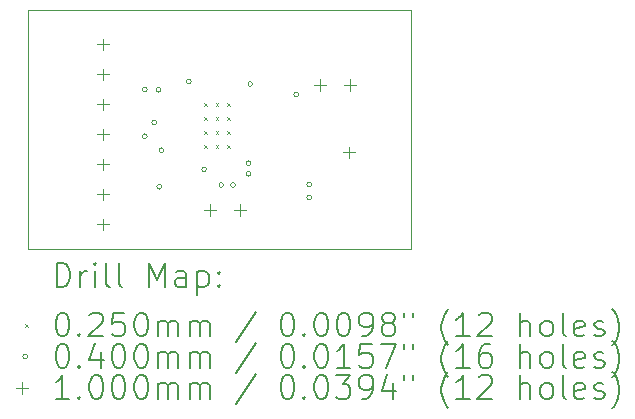
<source format=gbr>
%TF.GenerationSoftware,KiCad,Pcbnew,7.0.1*%
%TF.CreationDate,2023-05-06T21:58:45-07:00*%
%TF.ProjectId,MAGNETORQUERS,4d41474e-4554-44f5-9251-554552532e6b,rev?*%
%TF.SameCoordinates,Original*%
%TF.FileFunction,Drillmap*%
%TF.FilePolarity,Positive*%
%FSLAX45Y45*%
G04 Gerber Fmt 4.5, Leading zero omitted, Abs format (unit mm)*
G04 Created by KiCad (PCBNEW 7.0.1) date 2023-05-06 21:58:45*
%MOMM*%
%LPD*%
G01*
G04 APERTURE LIST*
%ADD10C,0.100000*%
%ADD11C,0.200000*%
%ADD12C,0.025000*%
%ADD13C,0.040000*%
G04 APERTURE END LIST*
D10*
X12420000Y-7635000D02*
X15660000Y-7635000D01*
X15660000Y-9660000D01*
X12420000Y-9660000D01*
X12420000Y-7635000D01*
D11*
D12*
X13906700Y-8420300D02*
X13931700Y-8445300D01*
X13931700Y-8420300D02*
X13906700Y-8445300D01*
X13906700Y-8540300D02*
X13931700Y-8565300D01*
X13931700Y-8540300D02*
X13906700Y-8565300D01*
X13906700Y-8660300D02*
X13931700Y-8685300D01*
X13931700Y-8660300D02*
X13906700Y-8685300D01*
X13906700Y-8780300D02*
X13931700Y-8805300D01*
X13931700Y-8780300D02*
X13906700Y-8805300D01*
X14006700Y-8420300D02*
X14031700Y-8445300D01*
X14031700Y-8420300D02*
X14006700Y-8445300D01*
X14006700Y-8540300D02*
X14031700Y-8565300D01*
X14031700Y-8540300D02*
X14006700Y-8565300D01*
X14006700Y-8660300D02*
X14031700Y-8685300D01*
X14031700Y-8660300D02*
X14006700Y-8685300D01*
X14006700Y-8780300D02*
X14031700Y-8805300D01*
X14031700Y-8780300D02*
X14006700Y-8805300D01*
X14106700Y-8420300D02*
X14131700Y-8445300D01*
X14131700Y-8420300D02*
X14106700Y-8445300D01*
X14106700Y-8540300D02*
X14131700Y-8565300D01*
X14131700Y-8540300D02*
X14106700Y-8565300D01*
X14106700Y-8660300D02*
X14131700Y-8685300D01*
X14131700Y-8660300D02*
X14106700Y-8685300D01*
X14106700Y-8780300D02*
X14131700Y-8805300D01*
X14131700Y-8780300D02*
X14106700Y-8805300D01*
D13*
X13427500Y-8307500D02*
G75*
G03*
X13427500Y-8307500I-20000J0D01*
G01*
X13427500Y-8702040D02*
G75*
G03*
X13427500Y-8702040I-20000J0D01*
G01*
X13507400Y-8587750D02*
G75*
G03*
X13507400Y-8587750I-20000J0D01*
G01*
X13542500Y-8310000D02*
G75*
G03*
X13542500Y-8310000I-20000J0D01*
G01*
X13550000Y-9130000D02*
G75*
G03*
X13550000Y-9130000I-20000J0D01*
G01*
X13567500Y-8820000D02*
G75*
G03*
X13567500Y-8820000I-20000J0D01*
G01*
X13800000Y-8240000D02*
G75*
G03*
X13800000Y-8240000I-20000J0D01*
G01*
X13930000Y-8982500D02*
G75*
G03*
X13930000Y-8982500I-20000J0D01*
G01*
X14075000Y-9115000D02*
G75*
G03*
X14075000Y-9115000I-20000J0D01*
G01*
X14175000Y-9115000D02*
G75*
G03*
X14175000Y-9115000I-20000J0D01*
G01*
X14305000Y-8930000D02*
G75*
G03*
X14305000Y-8930000I-20000J0D01*
G01*
X14305000Y-9020000D02*
G75*
G03*
X14305000Y-9020000I-20000J0D01*
G01*
X14320000Y-8260000D02*
G75*
G03*
X14320000Y-8260000I-20000J0D01*
G01*
X14710000Y-8347500D02*
G75*
G03*
X14710000Y-8347500I-20000J0D01*
G01*
X14820000Y-9110000D02*
G75*
G03*
X14820000Y-9110000I-20000J0D01*
G01*
X14820000Y-9220000D02*
G75*
G03*
X14820000Y-9220000I-20000J0D01*
G01*
D10*
X13055600Y-7874800D02*
X13055600Y-7974800D01*
X13005600Y-7924800D02*
X13105600Y-7924800D01*
X13055600Y-8128800D02*
X13055600Y-8228800D01*
X13005600Y-8178800D02*
X13105600Y-8178800D01*
X13055600Y-8382800D02*
X13055600Y-8482800D01*
X13005600Y-8432800D02*
X13105600Y-8432800D01*
X13055600Y-8636800D02*
X13055600Y-8736800D01*
X13005600Y-8686800D02*
X13105600Y-8686800D01*
X13055600Y-8890800D02*
X13055600Y-8990800D01*
X13005600Y-8940800D02*
X13105600Y-8940800D01*
X13055600Y-9144800D02*
X13055600Y-9244800D01*
X13005600Y-9194800D02*
X13105600Y-9194800D01*
X13055600Y-9398800D02*
X13055600Y-9498800D01*
X13005600Y-9448800D02*
X13105600Y-9448800D01*
X13956800Y-9276880D02*
X13956800Y-9376880D01*
X13906800Y-9326880D02*
X14006800Y-9326880D01*
X14210800Y-9276880D02*
X14210800Y-9376880D01*
X14160800Y-9326880D02*
X14260800Y-9326880D01*
X14890000Y-8217500D02*
X14890000Y-8317500D01*
X14840000Y-8267500D02*
X14940000Y-8267500D01*
X15138400Y-8789200D02*
X15138400Y-8889200D01*
X15088400Y-8839200D02*
X15188400Y-8839200D01*
X15144000Y-8217500D02*
X15144000Y-8317500D01*
X15094000Y-8267500D02*
X15194000Y-8267500D01*
D11*
X12662619Y-9977524D02*
X12662619Y-9777524D01*
X12662619Y-9777524D02*
X12710238Y-9777524D01*
X12710238Y-9777524D02*
X12738809Y-9787048D01*
X12738809Y-9787048D02*
X12757857Y-9806095D01*
X12757857Y-9806095D02*
X12767381Y-9825143D01*
X12767381Y-9825143D02*
X12776905Y-9863238D01*
X12776905Y-9863238D02*
X12776905Y-9891810D01*
X12776905Y-9891810D02*
X12767381Y-9929905D01*
X12767381Y-9929905D02*
X12757857Y-9948952D01*
X12757857Y-9948952D02*
X12738809Y-9968000D01*
X12738809Y-9968000D02*
X12710238Y-9977524D01*
X12710238Y-9977524D02*
X12662619Y-9977524D01*
X12862619Y-9977524D02*
X12862619Y-9844190D01*
X12862619Y-9882286D02*
X12872143Y-9863238D01*
X12872143Y-9863238D02*
X12881667Y-9853714D01*
X12881667Y-9853714D02*
X12900714Y-9844190D01*
X12900714Y-9844190D02*
X12919762Y-9844190D01*
X12986428Y-9977524D02*
X12986428Y-9844190D01*
X12986428Y-9777524D02*
X12976905Y-9787048D01*
X12976905Y-9787048D02*
X12986428Y-9796571D01*
X12986428Y-9796571D02*
X12995952Y-9787048D01*
X12995952Y-9787048D02*
X12986428Y-9777524D01*
X12986428Y-9777524D02*
X12986428Y-9796571D01*
X13110238Y-9977524D02*
X13091190Y-9968000D01*
X13091190Y-9968000D02*
X13081667Y-9948952D01*
X13081667Y-9948952D02*
X13081667Y-9777524D01*
X13215000Y-9977524D02*
X13195952Y-9968000D01*
X13195952Y-9968000D02*
X13186428Y-9948952D01*
X13186428Y-9948952D02*
X13186428Y-9777524D01*
X13443571Y-9977524D02*
X13443571Y-9777524D01*
X13443571Y-9777524D02*
X13510238Y-9920381D01*
X13510238Y-9920381D02*
X13576905Y-9777524D01*
X13576905Y-9777524D02*
X13576905Y-9977524D01*
X13757857Y-9977524D02*
X13757857Y-9872762D01*
X13757857Y-9872762D02*
X13748333Y-9853714D01*
X13748333Y-9853714D02*
X13729286Y-9844190D01*
X13729286Y-9844190D02*
X13691190Y-9844190D01*
X13691190Y-9844190D02*
X13672143Y-9853714D01*
X13757857Y-9968000D02*
X13738809Y-9977524D01*
X13738809Y-9977524D02*
X13691190Y-9977524D01*
X13691190Y-9977524D02*
X13672143Y-9968000D01*
X13672143Y-9968000D02*
X13662619Y-9948952D01*
X13662619Y-9948952D02*
X13662619Y-9929905D01*
X13662619Y-9929905D02*
X13672143Y-9910857D01*
X13672143Y-9910857D02*
X13691190Y-9901333D01*
X13691190Y-9901333D02*
X13738809Y-9901333D01*
X13738809Y-9901333D02*
X13757857Y-9891810D01*
X13853095Y-9844190D02*
X13853095Y-10044190D01*
X13853095Y-9853714D02*
X13872143Y-9844190D01*
X13872143Y-9844190D02*
X13910238Y-9844190D01*
X13910238Y-9844190D02*
X13929286Y-9853714D01*
X13929286Y-9853714D02*
X13938809Y-9863238D01*
X13938809Y-9863238D02*
X13948333Y-9882286D01*
X13948333Y-9882286D02*
X13948333Y-9939429D01*
X13948333Y-9939429D02*
X13938809Y-9958476D01*
X13938809Y-9958476D02*
X13929286Y-9968000D01*
X13929286Y-9968000D02*
X13910238Y-9977524D01*
X13910238Y-9977524D02*
X13872143Y-9977524D01*
X13872143Y-9977524D02*
X13853095Y-9968000D01*
X14034048Y-9958476D02*
X14043571Y-9968000D01*
X14043571Y-9968000D02*
X14034048Y-9977524D01*
X14034048Y-9977524D02*
X14024524Y-9968000D01*
X14024524Y-9968000D02*
X14034048Y-9958476D01*
X14034048Y-9958476D02*
X14034048Y-9977524D01*
X14034048Y-9853714D02*
X14043571Y-9863238D01*
X14043571Y-9863238D02*
X14034048Y-9872762D01*
X14034048Y-9872762D02*
X14024524Y-9863238D01*
X14024524Y-9863238D02*
X14034048Y-9853714D01*
X14034048Y-9853714D02*
X14034048Y-9872762D01*
D12*
X12390000Y-10292500D02*
X12415000Y-10317500D01*
X12415000Y-10292500D02*
X12390000Y-10317500D01*
D11*
X12700714Y-10197524D02*
X12719762Y-10197524D01*
X12719762Y-10197524D02*
X12738809Y-10207048D01*
X12738809Y-10207048D02*
X12748333Y-10216571D01*
X12748333Y-10216571D02*
X12757857Y-10235619D01*
X12757857Y-10235619D02*
X12767381Y-10273714D01*
X12767381Y-10273714D02*
X12767381Y-10321333D01*
X12767381Y-10321333D02*
X12757857Y-10359429D01*
X12757857Y-10359429D02*
X12748333Y-10378476D01*
X12748333Y-10378476D02*
X12738809Y-10388000D01*
X12738809Y-10388000D02*
X12719762Y-10397524D01*
X12719762Y-10397524D02*
X12700714Y-10397524D01*
X12700714Y-10397524D02*
X12681667Y-10388000D01*
X12681667Y-10388000D02*
X12672143Y-10378476D01*
X12672143Y-10378476D02*
X12662619Y-10359429D01*
X12662619Y-10359429D02*
X12653095Y-10321333D01*
X12653095Y-10321333D02*
X12653095Y-10273714D01*
X12653095Y-10273714D02*
X12662619Y-10235619D01*
X12662619Y-10235619D02*
X12672143Y-10216571D01*
X12672143Y-10216571D02*
X12681667Y-10207048D01*
X12681667Y-10207048D02*
X12700714Y-10197524D01*
X12853095Y-10378476D02*
X12862619Y-10388000D01*
X12862619Y-10388000D02*
X12853095Y-10397524D01*
X12853095Y-10397524D02*
X12843571Y-10388000D01*
X12843571Y-10388000D02*
X12853095Y-10378476D01*
X12853095Y-10378476D02*
X12853095Y-10397524D01*
X12938809Y-10216571D02*
X12948333Y-10207048D01*
X12948333Y-10207048D02*
X12967381Y-10197524D01*
X12967381Y-10197524D02*
X13015000Y-10197524D01*
X13015000Y-10197524D02*
X13034048Y-10207048D01*
X13034048Y-10207048D02*
X13043571Y-10216571D01*
X13043571Y-10216571D02*
X13053095Y-10235619D01*
X13053095Y-10235619D02*
X13053095Y-10254667D01*
X13053095Y-10254667D02*
X13043571Y-10283238D01*
X13043571Y-10283238D02*
X12929286Y-10397524D01*
X12929286Y-10397524D02*
X13053095Y-10397524D01*
X13234048Y-10197524D02*
X13138809Y-10197524D01*
X13138809Y-10197524D02*
X13129286Y-10292762D01*
X13129286Y-10292762D02*
X13138809Y-10283238D01*
X13138809Y-10283238D02*
X13157857Y-10273714D01*
X13157857Y-10273714D02*
X13205476Y-10273714D01*
X13205476Y-10273714D02*
X13224524Y-10283238D01*
X13224524Y-10283238D02*
X13234048Y-10292762D01*
X13234048Y-10292762D02*
X13243571Y-10311810D01*
X13243571Y-10311810D02*
X13243571Y-10359429D01*
X13243571Y-10359429D02*
X13234048Y-10378476D01*
X13234048Y-10378476D02*
X13224524Y-10388000D01*
X13224524Y-10388000D02*
X13205476Y-10397524D01*
X13205476Y-10397524D02*
X13157857Y-10397524D01*
X13157857Y-10397524D02*
X13138809Y-10388000D01*
X13138809Y-10388000D02*
X13129286Y-10378476D01*
X13367381Y-10197524D02*
X13386429Y-10197524D01*
X13386429Y-10197524D02*
X13405476Y-10207048D01*
X13405476Y-10207048D02*
X13415000Y-10216571D01*
X13415000Y-10216571D02*
X13424524Y-10235619D01*
X13424524Y-10235619D02*
X13434048Y-10273714D01*
X13434048Y-10273714D02*
X13434048Y-10321333D01*
X13434048Y-10321333D02*
X13424524Y-10359429D01*
X13424524Y-10359429D02*
X13415000Y-10378476D01*
X13415000Y-10378476D02*
X13405476Y-10388000D01*
X13405476Y-10388000D02*
X13386429Y-10397524D01*
X13386429Y-10397524D02*
X13367381Y-10397524D01*
X13367381Y-10397524D02*
X13348333Y-10388000D01*
X13348333Y-10388000D02*
X13338809Y-10378476D01*
X13338809Y-10378476D02*
X13329286Y-10359429D01*
X13329286Y-10359429D02*
X13319762Y-10321333D01*
X13319762Y-10321333D02*
X13319762Y-10273714D01*
X13319762Y-10273714D02*
X13329286Y-10235619D01*
X13329286Y-10235619D02*
X13338809Y-10216571D01*
X13338809Y-10216571D02*
X13348333Y-10207048D01*
X13348333Y-10207048D02*
X13367381Y-10197524D01*
X13519762Y-10397524D02*
X13519762Y-10264190D01*
X13519762Y-10283238D02*
X13529286Y-10273714D01*
X13529286Y-10273714D02*
X13548333Y-10264190D01*
X13548333Y-10264190D02*
X13576905Y-10264190D01*
X13576905Y-10264190D02*
X13595952Y-10273714D01*
X13595952Y-10273714D02*
X13605476Y-10292762D01*
X13605476Y-10292762D02*
X13605476Y-10397524D01*
X13605476Y-10292762D02*
X13615000Y-10273714D01*
X13615000Y-10273714D02*
X13634048Y-10264190D01*
X13634048Y-10264190D02*
X13662619Y-10264190D01*
X13662619Y-10264190D02*
X13681667Y-10273714D01*
X13681667Y-10273714D02*
X13691190Y-10292762D01*
X13691190Y-10292762D02*
X13691190Y-10397524D01*
X13786429Y-10397524D02*
X13786429Y-10264190D01*
X13786429Y-10283238D02*
X13795952Y-10273714D01*
X13795952Y-10273714D02*
X13815000Y-10264190D01*
X13815000Y-10264190D02*
X13843571Y-10264190D01*
X13843571Y-10264190D02*
X13862619Y-10273714D01*
X13862619Y-10273714D02*
X13872143Y-10292762D01*
X13872143Y-10292762D02*
X13872143Y-10397524D01*
X13872143Y-10292762D02*
X13881667Y-10273714D01*
X13881667Y-10273714D02*
X13900714Y-10264190D01*
X13900714Y-10264190D02*
X13929286Y-10264190D01*
X13929286Y-10264190D02*
X13948333Y-10273714D01*
X13948333Y-10273714D02*
X13957857Y-10292762D01*
X13957857Y-10292762D02*
X13957857Y-10397524D01*
X14348333Y-10188000D02*
X14176905Y-10445143D01*
X14605476Y-10197524D02*
X14624524Y-10197524D01*
X14624524Y-10197524D02*
X14643572Y-10207048D01*
X14643572Y-10207048D02*
X14653095Y-10216571D01*
X14653095Y-10216571D02*
X14662619Y-10235619D01*
X14662619Y-10235619D02*
X14672143Y-10273714D01*
X14672143Y-10273714D02*
X14672143Y-10321333D01*
X14672143Y-10321333D02*
X14662619Y-10359429D01*
X14662619Y-10359429D02*
X14653095Y-10378476D01*
X14653095Y-10378476D02*
X14643572Y-10388000D01*
X14643572Y-10388000D02*
X14624524Y-10397524D01*
X14624524Y-10397524D02*
X14605476Y-10397524D01*
X14605476Y-10397524D02*
X14586429Y-10388000D01*
X14586429Y-10388000D02*
X14576905Y-10378476D01*
X14576905Y-10378476D02*
X14567381Y-10359429D01*
X14567381Y-10359429D02*
X14557857Y-10321333D01*
X14557857Y-10321333D02*
X14557857Y-10273714D01*
X14557857Y-10273714D02*
X14567381Y-10235619D01*
X14567381Y-10235619D02*
X14576905Y-10216571D01*
X14576905Y-10216571D02*
X14586429Y-10207048D01*
X14586429Y-10207048D02*
X14605476Y-10197524D01*
X14757857Y-10378476D02*
X14767381Y-10388000D01*
X14767381Y-10388000D02*
X14757857Y-10397524D01*
X14757857Y-10397524D02*
X14748333Y-10388000D01*
X14748333Y-10388000D02*
X14757857Y-10378476D01*
X14757857Y-10378476D02*
X14757857Y-10397524D01*
X14891191Y-10197524D02*
X14910238Y-10197524D01*
X14910238Y-10197524D02*
X14929286Y-10207048D01*
X14929286Y-10207048D02*
X14938810Y-10216571D01*
X14938810Y-10216571D02*
X14948333Y-10235619D01*
X14948333Y-10235619D02*
X14957857Y-10273714D01*
X14957857Y-10273714D02*
X14957857Y-10321333D01*
X14957857Y-10321333D02*
X14948333Y-10359429D01*
X14948333Y-10359429D02*
X14938810Y-10378476D01*
X14938810Y-10378476D02*
X14929286Y-10388000D01*
X14929286Y-10388000D02*
X14910238Y-10397524D01*
X14910238Y-10397524D02*
X14891191Y-10397524D01*
X14891191Y-10397524D02*
X14872143Y-10388000D01*
X14872143Y-10388000D02*
X14862619Y-10378476D01*
X14862619Y-10378476D02*
X14853095Y-10359429D01*
X14853095Y-10359429D02*
X14843572Y-10321333D01*
X14843572Y-10321333D02*
X14843572Y-10273714D01*
X14843572Y-10273714D02*
X14853095Y-10235619D01*
X14853095Y-10235619D02*
X14862619Y-10216571D01*
X14862619Y-10216571D02*
X14872143Y-10207048D01*
X14872143Y-10207048D02*
X14891191Y-10197524D01*
X15081667Y-10197524D02*
X15100714Y-10197524D01*
X15100714Y-10197524D02*
X15119762Y-10207048D01*
X15119762Y-10207048D02*
X15129286Y-10216571D01*
X15129286Y-10216571D02*
X15138810Y-10235619D01*
X15138810Y-10235619D02*
X15148333Y-10273714D01*
X15148333Y-10273714D02*
X15148333Y-10321333D01*
X15148333Y-10321333D02*
X15138810Y-10359429D01*
X15138810Y-10359429D02*
X15129286Y-10378476D01*
X15129286Y-10378476D02*
X15119762Y-10388000D01*
X15119762Y-10388000D02*
X15100714Y-10397524D01*
X15100714Y-10397524D02*
X15081667Y-10397524D01*
X15081667Y-10397524D02*
X15062619Y-10388000D01*
X15062619Y-10388000D02*
X15053095Y-10378476D01*
X15053095Y-10378476D02*
X15043572Y-10359429D01*
X15043572Y-10359429D02*
X15034048Y-10321333D01*
X15034048Y-10321333D02*
X15034048Y-10273714D01*
X15034048Y-10273714D02*
X15043572Y-10235619D01*
X15043572Y-10235619D02*
X15053095Y-10216571D01*
X15053095Y-10216571D02*
X15062619Y-10207048D01*
X15062619Y-10207048D02*
X15081667Y-10197524D01*
X15243572Y-10397524D02*
X15281667Y-10397524D01*
X15281667Y-10397524D02*
X15300714Y-10388000D01*
X15300714Y-10388000D02*
X15310238Y-10378476D01*
X15310238Y-10378476D02*
X15329286Y-10349905D01*
X15329286Y-10349905D02*
X15338810Y-10311810D01*
X15338810Y-10311810D02*
X15338810Y-10235619D01*
X15338810Y-10235619D02*
X15329286Y-10216571D01*
X15329286Y-10216571D02*
X15319762Y-10207048D01*
X15319762Y-10207048D02*
X15300714Y-10197524D01*
X15300714Y-10197524D02*
X15262619Y-10197524D01*
X15262619Y-10197524D02*
X15243572Y-10207048D01*
X15243572Y-10207048D02*
X15234048Y-10216571D01*
X15234048Y-10216571D02*
X15224524Y-10235619D01*
X15224524Y-10235619D02*
X15224524Y-10283238D01*
X15224524Y-10283238D02*
X15234048Y-10302286D01*
X15234048Y-10302286D02*
X15243572Y-10311810D01*
X15243572Y-10311810D02*
X15262619Y-10321333D01*
X15262619Y-10321333D02*
X15300714Y-10321333D01*
X15300714Y-10321333D02*
X15319762Y-10311810D01*
X15319762Y-10311810D02*
X15329286Y-10302286D01*
X15329286Y-10302286D02*
X15338810Y-10283238D01*
X15453095Y-10283238D02*
X15434048Y-10273714D01*
X15434048Y-10273714D02*
X15424524Y-10264190D01*
X15424524Y-10264190D02*
X15415000Y-10245143D01*
X15415000Y-10245143D02*
X15415000Y-10235619D01*
X15415000Y-10235619D02*
X15424524Y-10216571D01*
X15424524Y-10216571D02*
X15434048Y-10207048D01*
X15434048Y-10207048D02*
X15453095Y-10197524D01*
X15453095Y-10197524D02*
X15491191Y-10197524D01*
X15491191Y-10197524D02*
X15510238Y-10207048D01*
X15510238Y-10207048D02*
X15519762Y-10216571D01*
X15519762Y-10216571D02*
X15529286Y-10235619D01*
X15529286Y-10235619D02*
X15529286Y-10245143D01*
X15529286Y-10245143D02*
X15519762Y-10264190D01*
X15519762Y-10264190D02*
X15510238Y-10273714D01*
X15510238Y-10273714D02*
X15491191Y-10283238D01*
X15491191Y-10283238D02*
X15453095Y-10283238D01*
X15453095Y-10283238D02*
X15434048Y-10292762D01*
X15434048Y-10292762D02*
X15424524Y-10302286D01*
X15424524Y-10302286D02*
X15415000Y-10321333D01*
X15415000Y-10321333D02*
X15415000Y-10359429D01*
X15415000Y-10359429D02*
X15424524Y-10378476D01*
X15424524Y-10378476D02*
X15434048Y-10388000D01*
X15434048Y-10388000D02*
X15453095Y-10397524D01*
X15453095Y-10397524D02*
X15491191Y-10397524D01*
X15491191Y-10397524D02*
X15510238Y-10388000D01*
X15510238Y-10388000D02*
X15519762Y-10378476D01*
X15519762Y-10378476D02*
X15529286Y-10359429D01*
X15529286Y-10359429D02*
X15529286Y-10321333D01*
X15529286Y-10321333D02*
X15519762Y-10302286D01*
X15519762Y-10302286D02*
X15510238Y-10292762D01*
X15510238Y-10292762D02*
X15491191Y-10283238D01*
X15605476Y-10197524D02*
X15605476Y-10235619D01*
X15681667Y-10197524D02*
X15681667Y-10235619D01*
X15976905Y-10473714D02*
X15967381Y-10464190D01*
X15967381Y-10464190D02*
X15948334Y-10435619D01*
X15948334Y-10435619D02*
X15938810Y-10416571D01*
X15938810Y-10416571D02*
X15929286Y-10388000D01*
X15929286Y-10388000D02*
X15919762Y-10340381D01*
X15919762Y-10340381D02*
X15919762Y-10302286D01*
X15919762Y-10302286D02*
X15929286Y-10254667D01*
X15929286Y-10254667D02*
X15938810Y-10226095D01*
X15938810Y-10226095D02*
X15948334Y-10207048D01*
X15948334Y-10207048D02*
X15967381Y-10178476D01*
X15967381Y-10178476D02*
X15976905Y-10168952D01*
X16157857Y-10397524D02*
X16043572Y-10397524D01*
X16100714Y-10397524D02*
X16100714Y-10197524D01*
X16100714Y-10197524D02*
X16081667Y-10226095D01*
X16081667Y-10226095D02*
X16062619Y-10245143D01*
X16062619Y-10245143D02*
X16043572Y-10254667D01*
X16234048Y-10216571D02*
X16243572Y-10207048D01*
X16243572Y-10207048D02*
X16262619Y-10197524D01*
X16262619Y-10197524D02*
X16310238Y-10197524D01*
X16310238Y-10197524D02*
X16329286Y-10207048D01*
X16329286Y-10207048D02*
X16338810Y-10216571D01*
X16338810Y-10216571D02*
X16348334Y-10235619D01*
X16348334Y-10235619D02*
X16348334Y-10254667D01*
X16348334Y-10254667D02*
X16338810Y-10283238D01*
X16338810Y-10283238D02*
X16224524Y-10397524D01*
X16224524Y-10397524D02*
X16348334Y-10397524D01*
X16586429Y-10397524D02*
X16586429Y-10197524D01*
X16672143Y-10397524D02*
X16672143Y-10292762D01*
X16672143Y-10292762D02*
X16662619Y-10273714D01*
X16662619Y-10273714D02*
X16643572Y-10264190D01*
X16643572Y-10264190D02*
X16615000Y-10264190D01*
X16615000Y-10264190D02*
X16595953Y-10273714D01*
X16595953Y-10273714D02*
X16586429Y-10283238D01*
X16795953Y-10397524D02*
X16776905Y-10388000D01*
X16776905Y-10388000D02*
X16767381Y-10378476D01*
X16767381Y-10378476D02*
X16757857Y-10359429D01*
X16757857Y-10359429D02*
X16757857Y-10302286D01*
X16757857Y-10302286D02*
X16767381Y-10283238D01*
X16767381Y-10283238D02*
X16776905Y-10273714D01*
X16776905Y-10273714D02*
X16795953Y-10264190D01*
X16795953Y-10264190D02*
X16824524Y-10264190D01*
X16824524Y-10264190D02*
X16843572Y-10273714D01*
X16843572Y-10273714D02*
X16853096Y-10283238D01*
X16853096Y-10283238D02*
X16862619Y-10302286D01*
X16862619Y-10302286D02*
X16862619Y-10359429D01*
X16862619Y-10359429D02*
X16853096Y-10378476D01*
X16853096Y-10378476D02*
X16843572Y-10388000D01*
X16843572Y-10388000D02*
X16824524Y-10397524D01*
X16824524Y-10397524D02*
X16795953Y-10397524D01*
X16976905Y-10397524D02*
X16957858Y-10388000D01*
X16957858Y-10388000D02*
X16948334Y-10368952D01*
X16948334Y-10368952D02*
X16948334Y-10197524D01*
X17129286Y-10388000D02*
X17110239Y-10397524D01*
X17110239Y-10397524D02*
X17072143Y-10397524D01*
X17072143Y-10397524D02*
X17053096Y-10388000D01*
X17053096Y-10388000D02*
X17043572Y-10368952D01*
X17043572Y-10368952D02*
X17043572Y-10292762D01*
X17043572Y-10292762D02*
X17053096Y-10273714D01*
X17053096Y-10273714D02*
X17072143Y-10264190D01*
X17072143Y-10264190D02*
X17110239Y-10264190D01*
X17110239Y-10264190D02*
X17129286Y-10273714D01*
X17129286Y-10273714D02*
X17138810Y-10292762D01*
X17138810Y-10292762D02*
X17138810Y-10311810D01*
X17138810Y-10311810D02*
X17043572Y-10330857D01*
X17215000Y-10388000D02*
X17234048Y-10397524D01*
X17234048Y-10397524D02*
X17272143Y-10397524D01*
X17272143Y-10397524D02*
X17291191Y-10388000D01*
X17291191Y-10388000D02*
X17300715Y-10368952D01*
X17300715Y-10368952D02*
X17300715Y-10359429D01*
X17300715Y-10359429D02*
X17291191Y-10340381D01*
X17291191Y-10340381D02*
X17272143Y-10330857D01*
X17272143Y-10330857D02*
X17243572Y-10330857D01*
X17243572Y-10330857D02*
X17224524Y-10321333D01*
X17224524Y-10321333D02*
X17215000Y-10302286D01*
X17215000Y-10302286D02*
X17215000Y-10292762D01*
X17215000Y-10292762D02*
X17224524Y-10273714D01*
X17224524Y-10273714D02*
X17243572Y-10264190D01*
X17243572Y-10264190D02*
X17272143Y-10264190D01*
X17272143Y-10264190D02*
X17291191Y-10273714D01*
X17367381Y-10473714D02*
X17376905Y-10464190D01*
X17376905Y-10464190D02*
X17395953Y-10435619D01*
X17395953Y-10435619D02*
X17405477Y-10416571D01*
X17405477Y-10416571D02*
X17415000Y-10388000D01*
X17415000Y-10388000D02*
X17424524Y-10340381D01*
X17424524Y-10340381D02*
X17424524Y-10302286D01*
X17424524Y-10302286D02*
X17415000Y-10254667D01*
X17415000Y-10254667D02*
X17405477Y-10226095D01*
X17405477Y-10226095D02*
X17395953Y-10207048D01*
X17395953Y-10207048D02*
X17376905Y-10178476D01*
X17376905Y-10178476D02*
X17367381Y-10168952D01*
D13*
X12415000Y-10569000D02*
G75*
G03*
X12415000Y-10569000I-20000J0D01*
G01*
D11*
X12700714Y-10461524D02*
X12719762Y-10461524D01*
X12719762Y-10461524D02*
X12738809Y-10471048D01*
X12738809Y-10471048D02*
X12748333Y-10480571D01*
X12748333Y-10480571D02*
X12757857Y-10499619D01*
X12757857Y-10499619D02*
X12767381Y-10537714D01*
X12767381Y-10537714D02*
X12767381Y-10585333D01*
X12767381Y-10585333D02*
X12757857Y-10623429D01*
X12757857Y-10623429D02*
X12748333Y-10642476D01*
X12748333Y-10642476D02*
X12738809Y-10652000D01*
X12738809Y-10652000D02*
X12719762Y-10661524D01*
X12719762Y-10661524D02*
X12700714Y-10661524D01*
X12700714Y-10661524D02*
X12681667Y-10652000D01*
X12681667Y-10652000D02*
X12672143Y-10642476D01*
X12672143Y-10642476D02*
X12662619Y-10623429D01*
X12662619Y-10623429D02*
X12653095Y-10585333D01*
X12653095Y-10585333D02*
X12653095Y-10537714D01*
X12653095Y-10537714D02*
X12662619Y-10499619D01*
X12662619Y-10499619D02*
X12672143Y-10480571D01*
X12672143Y-10480571D02*
X12681667Y-10471048D01*
X12681667Y-10471048D02*
X12700714Y-10461524D01*
X12853095Y-10642476D02*
X12862619Y-10652000D01*
X12862619Y-10652000D02*
X12853095Y-10661524D01*
X12853095Y-10661524D02*
X12843571Y-10652000D01*
X12843571Y-10652000D02*
X12853095Y-10642476D01*
X12853095Y-10642476D02*
X12853095Y-10661524D01*
X13034048Y-10528190D02*
X13034048Y-10661524D01*
X12986428Y-10452000D02*
X12938809Y-10594857D01*
X12938809Y-10594857D02*
X13062619Y-10594857D01*
X13176905Y-10461524D02*
X13195952Y-10461524D01*
X13195952Y-10461524D02*
X13215000Y-10471048D01*
X13215000Y-10471048D02*
X13224524Y-10480571D01*
X13224524Y-10480571D02*
X13234048Y-10499619D01*
X13234048Y-10499619D02*
X13243571Y-10537714D01*
X13243571Y-10537714D02*
X13243571Y-10585333D01*
X13243571Y-10585333D02*
X13234048Y-10623429D01*
X13234048Y-10623429D02*
X13224524Y-10642476D01*
X13224524Y-10642476D02*
X13215000Y-10652000D01*
X13215000Y-10652000D02*
X13195952Y-10661524D01*
X13195952Y-10661524D02*
X13176905Y-10661524D01*
X13176905Y-10661524D02*
X13157857Y-10652000D01*
X13157857Y-10652000D02*
X13148333Y-10642476D01*
X13148333Y-10642476D02*
X13138809Y-10623429D01*
X13138809Y-10623429D02*
X13129286Y-10585333D01*
X13129286Y-10585333D02*
X13129286Y-10537714D01*
X13129286Y-10537714D02*
X13138809Y-10499619D01*
X13138809Y-10499619D02*
X13148333Y-10480571D01*
X13148333Y-10480571D02*
X13157857Y-10471048D01*
X13157857Y-10471048D02*
X13176905Y-10461524D01*
X13367381Y-10461524D02*
X13386429Y-10461524D01*
X13386429Y-10461524D02*
X13405476Y-10471048D01*
X13405476Y-10471048D02*
X13415000Y-10480571D01*
X13415000Y-10480571D02*
X13424524Y-10499619D01*
X13424524Y-10499619D02*
X13434048Y-10537714D01*
X13434048Y-10537714D02*
X13434048Y-10585333D01*
X13434048Y-10585333D02*
X13424524Y-10623429D01*
X13424524Y-10623429D02*
X13415000Y-10642476D01*
X13415000Y-10642476D02*
X13405476Y-10652000D01*
X13405476Y-10652000D02*
X13386429Y-10661524D01*
X13386429Y-10661524D02*
X13367381Y-10661524D01*
X13367381Y-10661524D02*
X13348333Y-10652000D01*
X13348333Y-10652000D02*
X13338809Y-10642476D01*
X13338809Y-10642476D02*
X13329286Y-10623429D01*
X13329286Y-10623429D02*
X13319762Y-10585333D01*
X13319762Y-10585333D02*
X13319762Y-10537714D01*
X13319762Y-10537714D02*
X13329286Y-10499619D01*
X13329286Y-10499619D02*
X13338809Y-10480571D01*
X13338809Y-10480571D02*
X13348333Y-10471048D01*
X13348333Y-10471048D02*
X13367381Y-10461524D01*
X13519762Y-10661524D02*
X13519762Y-10528190D01*
X13519762Y-10547238D02*
X13529286Y-10537714D01*
X13529286Y-10537714D02*
X13548333Y-10528190D01*
X13548333Y-10528190D02*
X13576905Y-10528190D01*
X13576905Y-10528190D02*
X13595952Y-10537714D01*
X13595952Y-10537714D02*
X13605476Y-10556762D01*
X13605476Y-10556762D02*
X13605476Y-10661524D01*
X13605476Y-10556762D02*
X13615000Y-10537714D01*
X13615000Y-10537714D02*
X13634048Y-10528190D01*
X13634048Y-10528190D02*
X13662619Y-10528190D01*
X13662619Y-10528190D02*
X13681667Y-10537714D01*
X13681667Y-10537714D02*
X13691190Y-10556762D01*
X13691190Y-10556762D02*
X13691190Y-10661524D01*
X13786429Y-10661524D02*
X13786429Y-10528190D01*
X13786429Y-10547238D02*
X13795952Y-10537714D01*
X13795952Y-10537714D02*
X13815000Y-10528190D01*
X13815000Y-10528190D02*
X13843571Y-10528190D01*
X13843571Y-10528190D02*
X13862619Y-10537714D01*
X13862619Y-10537714D02*
X13872143Y-10556762D01*
X13872143Y-10556762D02*
X13872143Y-10661524D01*
X13872143Y-10556762D02*
X13881667Y-10537714D01*
X13881667Y-10537714D02*
X13900714Y-10528190D01*
X13900714Y-10528190D02*
X13929286Y-10528190D01*
X13929286Y-10528190D02*
X13948333Y-10537714D01*
X13948333Y-10537714D02*
X13957857Y-10556762D01*
X13957857Y-10556762D02*
X13957857Y-10661524D01*
X14348333Y-10452000D02*
X14176905Y-10709143D01*
X14605476Y-10461524D02*
X14624524Y-10461524D01*
X14624524Y-10461524D02*
X14643572Y-10471048D01*
X14643572Y-10471048D02*
X14653095Y-10480571D01*
X14653095Y-10480571D02*
X14662619Y-10499619D01*
X14662619Y-10499619D02*
X14672143Y-10537714D01*
X14672143Y-10537714D02*
X14672143Y-10585333D01*
X14672143Y-10585333D02*
X14662619Y-10623429D01*
X14662619Y-10623429D02*
X14653095Y-10642476D01*
X14653095Y-10642476D02*
X14643572Y-10652000D01*
X14643572Y-10652000D02*
X14624524Y-10661524D01*
X14624524Y-10661524D02*
X14605476Y-10661524D01*
X14605476Y-10661524D02*
X14586429Y-10652000D01*
X14586429Y-10652000D02*
X14576905Y-10642476D01*
X14576905Y-10642476D02*
X14567381Y-10623429D01*
X14567381Y-10623429D02*
X14557857Y-10585333D01*
X14557857Y-10585333D02*
X14557857Y-10537714D01*
X14557857Y-10537714D02*
X14567381Y-10499619D01*
X14567381Y-10499619D02*
X14576905Y-10480571D01*
X14576905Y-10480571D02*
X14586429Y-10471048D01*
X14586429Y-10471048D02*
X14605476Y-10461524D01*
X14757857Y-10642476D02*
X14767381Y-10652000D01*
X14767381Y-10652000D02*
X14757857Y-10661524D01*
X14757857Y-10661524D02*
X14748333Y-10652000D01*
X14748333Y-10652000D02*
X14757857Y-10642476D01*
X14757857Y-10642476D02*
X14757857Y-10661524D01*
X14891191Y-10461524D02*
X14910238Y-10461524D01*
X14910238Y-10461524D02*
X14929286Y-10471048D01*
X14929286Y-10471048D02*
X14938810Y-10480571D01*
X14938810Y-10480571D02*
X14948333Y-10499619D01*
X14948333Y-10499619D02*
X14957857Y-10537714D01*
X14957857Y-10537714D02*
X14957857Y-10585333D01*
X14957857Y-10585333D02*
X14948333Y-10623429D01*
X14948333Y-10623429D02*
X14938810Y-10642476D01*
X14938810Y-10642476D02*
X14929286Y-10652000D01*
X14929286Y-10652000D02*
X14910238Y-10661524D01*
X14910238Y-10661524D02*
X14891191Y-10661524D01*
X14891191Y-10661524D02*
X14872143Y-10652000D01*
X14872143Y-10652000D02*
X14862619Y-10642476D01*
X14862619Y-10642476D02*
X14853095Y-10623429D01*
X14853095Y-10623429D02*
X14843572Y-10585333D01*
X14843572Y-10585333D02*
X14843572Y-10537714D01*
X14843572Y-10537714D02*
X14853095Y-10499619D01*
X14853095Y-10499619D02*
X14862619Y-10480571D01*
X14862619Y-10480571D02*
X14872143Y-10471048D01*
X14872143Y-10471048D02*
X14891191Y-10461524D01*
X15148333Y-10661524D02*
X15034048Y-10661524D01*
X15091191Y-10661524D02*
X15091191Y-10461524D01*
X15091191Y-10461524D02*
X15072143Y-10490095D01*
X15072143Y-10490095D02*
X15053095Y-10509143D01*
X15053095Y-10509143D02*
X15034048Y-10518667D01*
X15329286Y-10461524D02*
X15234048Y-10461524D01*
X15234048Y-10461524D02*
X15224524Y-10556762D01*
X15224524Y-10556762D02*
X15234048Y-10547238D01*
X15234048Y-10547238D02*
X15253095Y-10537714D01*
X15253095Y-10537714D02*
X15300714Y-10537714D01*
X15300714Y-10537714D02*
X15319762Y-10547238D01*
X15319762Y-10547238D02*
X15329286Y-10556762D01*
X15329286Y-10556762D02*
X15338810Y-10575810D01*
X15338810Y-10575810D02*
X15338810Y-10623429D01*
X15338810Y-10623429D02*
X15329286Y-10642476D01*
X15329286Y-10642476D02*
X15319762Y-10652000D01*
X15319762Y-10652000D02*
X15300714Y-10661524D01*
X15300714Y-10661524D02*
X15253095Y-10661524D01*
X15253095Y-10661524D02*
X15234048Y-10652000D01*
X15234048Y-10652000D02*
X15224524Y-10642476D01*
X15405476Y-10461524D02*
X15538810Y-10461524D01*
X15538810Y-10461524D02*
X15453095Y-10661524D01*
X15605476Y-10461524D02*
X15605476Y-10499619D01*
X15681667Y-10461524D02*
X15681667Y-10499619D01*
X15976905Y-10737714D02*
X15967381Y-10728190D01*
X15967381Y-10728190D02*
X15948334Y-10699619D01*
X15948334Y-10699619D02*
X15938810Y-10680571D01*
X15938810Y-10680571D02*
X15929286Y-10652000D01*
X15929286Y-10652000D02*
X15919762Y-10604381D01*
X15919762Y-10604381D02*
X15919762Y-10566286D01*
X15919762Y-10566286D02*
X15929286Y-10518667D01*
X15929286Y-10518667D02*
X15938810Y-10490095D01*
X15938810Y-10490095D02*
X15948334Y-10471048D01*
X15948334Y-10471048D02*
X15967381Y-10442476D01*
X15967381Y-10442476D02*
X15976905Y-10432952D01*
X16157857Y-10661524D02*
X16043572Y-10661524D01*
X16100714Y-10661524D02*
X16100714Y-10461524D01*
X16100714Y-10461524D02*
X16081667Y-10490095D01*
X16081667Y-10490095D02*
X16062619Y-10509143D01*
X16062619Y-10509143D02*
X16043572Y-10518667D01*
X16329286Y-10461524D02*
X16291191Y-10461524D01*
X16291191Y-10461524D02*
X16272143Y-10471048D01*
X16272143Y-10471048D02*
X16262619Y-10480571D01*
X16262619Y-10480571D02*
X16243572Y-10509143D01*
X16243572Y-10509143D02*
X16234048Y-10547238D01*
X16234048Y-10547238D02*
X16234048Y-10623429D01*
X16234048Y-10623429D02*
X16243572Y-10642476D01*
X16243572Y-10642476D02*
X16253095Y-10652000D01*
X16253095Y-10652000D02*
X16272143Y-10661524D01*
X16272143Y-10661524D02*
X16310238Y-10661524D01*
X16310238Y-10661524D02*
X16329286Y-10652000D01*
X16329286Y-10652000D02*
X16338810Y-10642476D01*
X16338810Y-10642476D02*
X16348334Y-10623429D01*
X16348334Y-10623429D02*
X16348334Y-10575810D01*
X16348334Y-10575810D02*
X16338810Y-10556762D01*
X16338810Y-10556762D02*
X16329286Y-10547238D01*
X16329286Y-10547238D02*
X16310238Y-10537714D01*
X16310238Y-10537714D02*
X16272143Y-10537714D01*
X16272143Y-10537714D02*
X16253095Y-10547238D01*
X16253095Y-10547238D02*
X16243572Y-10556762D01*
X16243572Y-10556762D02*
X16234048Y-10575810D01*
X16586429Y-10661524D02*
X16586429Y-10461524D01*
X16672143Y-10661524D02*
X16672143Y-10556762D01*
X16672143Y-10556762D02*
X16662619Y-10537714D01*
X16662619Y-10537714D02*
X16643572Y-10528190D01*
X16643572Y-10528190D02*
X16615000Y-10528190D01*
X16615000Y-10528190D02*
X16595953Y-10537714D01*
X16595953Y-10537714D02*
X16586429Y-10547238D01*
X16795953Y-10661524D02*
X16776905Y-10652000D01*
X16776905Y-10652000D02*
X16767381Y-10642476D01*
X16767381Y-10642476D02*
X16757857Y-10623429D01*
X16757857Y-10623429D02*
X16757857Y-10566286D01*
X16757857Y-10566286D02*
X16767381Y-10547238D01*
X16767381Y-10547238D02*
X16776905Y-10537714D01*
X16776905Y-10537714D02*
X16795953Y-10528190D01*
X16795953Y-10528190D02*
X16824524Y-10528190D01*
X16824524Y-10528190D02*
X16843572Y-10537714D01*
X16843572Y-10537714D02*
X16853096Y-10547238D01*
X16853096Y-10547238D02*
X16862619Y-10566286D01*
X16862619Y-10566286D02*
X16862619Y-10623429D01*
X16862619Y-10623429D02*
X16853096Y-10642476D01*
X16853096Y-10642476D02*
X16843572Y-10652000D01*
X16843572Y-10652000D02*
X16824524Y-10661524D01*
X16824524Y-10661524D02*
X16795953Y-10661524D01*
X16976905Y-10661524D02*
X16957858Y-10652000D01*
X16957858Y-10652000D02*
X16948334Y-10632952D01*
X16948334Y-10632952D02*
X16948334Y-10461524D01*
X17129286Y-10652000D02*
X17110239Y-10661524D01*
X17110239Y-10661524D02*
X17072143Y-10661524D01*
X17072143Y-10661524D02*
X17053096Y-10652000D01*
X17053096Y-10652000D02*
X17043572Y-10632952D01*
X17043572Y-10632952D02*
X17043572Y-10556762D01*
X17043572Y-10556762D02*
X17053096Y-10537714D01*
X17053096Y-10537714D02*
X17072143Y-10528190D01*
X17072143Y-10528190D02*
X17110239Y-10528190D01*
X17110239Y-10528190D02*
X17129286Y-10537714D01*
X17129286Y-10537714D02*
X17138810Y-10556762D01*
X17138810Y-10556762D02*
X17138810Y-10575810D01*
X17138810Y-10575810D02*
X17043572Y-10594857D01*
X17215000Y-10652000D02*
X17234048Y-10661524D01*
X17234048Y-10661524D02*
X17272143Y-10661524D01*
X17272143Y-10661524D02*
X17291191Y-10652000D01*
X17291191Y-10652000D02*
X17300715Y-10632952D01*
X17300715Y-10632952D02*
X17300715Y-10623429D01*
X17300715Y-10623429D02*
X17291191Y-10604381D01*
X17291191Y-10604381D02*
X17272143Y-10594857D01*
X17272143Y-10594857D02*
X17243572Y-10594857D01*
X17243572Y-10594857D02*
X17224524Y-10585333D01*
X17224524Y-10585333D02*
X17215000Y-10566286D01*
X17215000Y-10566286D02*
X17215000Y-10556762D01*
X17215000Y-10556762D02*
X17224524Y-10537714D01*
X17224524Y-10537714D02*
X17243572Y-10528190D01*
X17243572Y-10528190D02*
X17272143Y-10528190D01*
X17272143Y-10528190D02*
X17291191Y-10537714D01*
X17367381Y-10737714D02*
X17376905Y-10728190D01*
X17376905Y-10728190D02*
X17395953Y-10699619D01*
X17395953Y-10699619D02*
X17405477Y-10680571D01*
X17405477Y-10680571D02*
X17415000Y-10652000D01*
X17415000Y-10652000D02*
X17424524Y-10604381D01*
X17424524Y-10604381D02*
X17424524Y-10566286D01*
X17424524Y-10566286D02*
X17415000Y-10518667D01*
X17415000Y-10518667D02*
X17405477Y-10490095D01*
X17405477Y-10490095D02*
X17395953Y-10471048D01*
X17395953Y-10471048D02*
X17376905Y-10442476D01*
X17376905Y-10442476D02*
X17367381Y-10432952D01*
D10*
X12365000Y-10783000D02*
X12365000Y-10883000D01*
X12315000Y-10833000D02*
X12415000Y-10833000D01*
D11*
X12767381Y-10925524D02*
X12653095Y-10925524D01*
X12710238Y-10925524D02*
X12710238Y-10725524D01*
X12710238Y-10725524D02*
X12691190Y-10754095D01*
X12691190Y-10754095D02*
X12672143Y-10773143D01*
X12672143Y-10773143D02*
X12653095Y-10782667D01*
X12853095Y-10906476D02*
X12862619Y-10916000D01*
X12862619Y-10916000D02*
X12853095Y-10925524D01*
X12853095Y-10925524D02*
X12843571Y-10916000D01*
X12843571Y-10916000D02*
X12853095Y-10906476D01*
X12853095Y-10906476D02*
X12853095Y-10925524D01*
X12986428Y-10725524D02*
X13005476Y-10725524D01*
X13005476Y-10725524D02*
X13024524Y-10735048D01*
X13024524Y-10735048D02*
X13034048Y-10744571D01*
X13034048Y-10744571D02*
X13043571Y-10763619D01*
X13043571Y-10763619D02*
X13053095Y-10801714D01*
X13053095Y-10801714D02*
X13053095Y-10849333D01*
X13053095Y-10849333D02*
X13043571Y-10887429D01*
X13043571Y-10887429D02*
X13034048Y-10906476D01*
X13034048Y-10906476D02*
X13024524Y-10916000D01*
X13024524Y-10916000D02*
X13005476Y-10925524D01*
X13005476Y-10925524D02*
X12986428Y-10925524D01*
X12986428Y-10925524D02*
X12967381Y-10916000D01*
X12967381Y-10916000D02*
X12957857Y-10906476D01*
X12957857Y-10906476D02*
X12948333Y-10887429D01*
X12948333Y-10887429D02*
X12938809Y-10849333D01*
X12938809Y-10849333D02*
X12938809Y-10801714D01*
X12938809Y-10801714D02*
X12948333Y-10763619D01*
X12948333Y-10763619D02*
X12957857Y-10744571D01*
X12957857Y-10744571D02*
X12967381Y-10735048D01*
X12967381Y-10735048D02*
X12986428Y-10725524D01*
X13176905Y-10725524D02*
X13195952Y-10725524D01*
X13195952Y-10725524D02*
X13215000Y-10735048D01*
X13215000Y-10735048D02*
X13224524Y-10744571D01*
X13224524Y-10744571D02*
X13234048Y-10763619D01*
X13234048Y-10763619D02*
X13243571Y-10801714D01*
X13243571Y-10801714D02*
X13243571Y-10849333D01*
X13243571Y-10849333D02*
X13234048Y-10887429D01*
X13234048Y-10887429D02*
X13224524Y-10906476D01*
X13224524Y-10906476D02*
X13215000Y-10916000D01*
X13215000Y-10916000D02*
X13195952Y-10925524D01*
X13195952Y-10925524D02*
X13176905Y-10925524D01*
X13176905Y-10925524D02*
X13157857Y-10916000D01*
X13157857Y-10916000D02*
X13148333Y-10906476D01*
X13148333Y-10906476D02*
X13138809Y-10887429D01*
X13138809Y-10887429D02*
X13129286Y-10849333D01*
X13129286Y-10849333D02*
X13129286Y-10801714D01*
X13129286Y-10801714D02*
X13138809Y-10763619D01*
X13138809Y-10763619D02*
X13148333Y-10744571D01*
X13148333Y-10744571D02*
X13157857Y-10735048D01*
X13157857Y-10735048D02*
X13176905Y-10725524D01*
X13367381Y-10725524D02*
X13386429Y-10725524D01*
X13386429Y-10725524D02*
X13405476Y-10735048D01*
X13405476Y-10735048D02*
X13415000Y-10744571D01*
X13415000Y-10744571D02*
X13424524Y-10763619D01*
X13424524Y-10763619D02*
X13434048Y-10801714D01*
X13434048Y-10801714D02*
X13434048Y-10849333D01*
X13434048Y-10849333D02*
X13424524Y-10887429D01*
X13424524Y-10887429D02*
X13415000Y-10906476D01*
X13415000Y-10906476D02*
X13405476Y-10916000D01*
X13405476Y-10916000D02*
X13386429Y-10925524D01*
X13386429Y-10925524D02*
X13367381Y-10925524D01*
X13367381Y-10925524D02*
X13348333Y-10916000D01*
X13348333Y-10916000D02*
X13338809Y-10906476D01*
X13338809Y-10906476D02*
X13329286Y-10887429D01*
X13329286Y-10887429D02*
X13319762Y-10849333D01*
X13319762Y-10849333D02*
X13319762Y-10801714D01*
X13319762Y-10801714D02*
X13329286Y-10763619D01*
X13329286Y-10763619D02*
X13338809Y-10744571D01*
X13338809Y-10744571D02*
X13348333Y-10735048D01*
X13348333Y-10735048D02*
X13367381Y-10725524D01*
X13519762Y-10925524D02*
X13519762Y-10792190D01*
X13519762Y-10811238D02*
X13529286Y-10801714D01*
X13529286Y-10801714D02*
X13548333Y-10792190D01*
X13548333Y-10792190D02*
X13576905Y-10792190D01*
X13576905Y-10792190D02*
X13595952Y-10801714D01*
X13595952Y-10801714D02*
X13605476Y-10820762D01*
X13605476Y-10820762D02*
X13605476Y-10925524D01*
X13605476Y-10820762D02*
X13615000Y-10801714D01*
X13615000Y-10801714D02*
X13634048Y-10792190D01*
X13634048Y-10792190D02*
X13662619Y-10792190D01*
X13662619Y-10792190D02*
X13681667Y-10801714D01*
X13681667Y-10801714D02*
X13691190Y-10820762D01*
X13691190Y-10820762D02*
X13691190Y-10925524D01*
X13786429Y-10925524D02*
X13786429Y-10792190D01*
X13786429Y-10811238D02*
X13795952Y-10801714D01*
X13795952Y-10801714D02*
X13815000Y-10792190D01*
X13815000Y-10792190D02*
X13843571Y-10792190D01*
X13843571Y-10792190D02*
X13862619Y-10801714D01*
X13862619Y-10801714D02*
X13872143Y-10820762D01*
X13872143Y-10820762D02*
X13872143Y-10925524D01*
X13872143Y-10820762D02*
X13881667Y-10801714D01*
X13881667Y-10801714D02*
X13900714Y-10792190D01*
X13900714Y-10792190D02*
X13929286Y-10792190D01*
X13929286Y-10792190D02*
X13948333Y-10801714D01*
X13948333Y-10801714D02*
X13957857Y-10820762D01*
X13957857Y-10820762D02*
X13957857Y-10925524D01*
X14348333Y-10716000D02*
X14176905Y-10973143D01*
X14605476Y-10725524D02*
X14624524Y-10725524D01*
X14624524Y-10725524D02*
X14643572Y-10735048D01*
X14643572Y-10735048D02*
X14653095Y-10744571D01*
X14653095Y-10744571D02*
X14662619Y-10763619D01*
X14662619Y-10763619D02*
X14672143Y-10801714D01*
X14672143Y-10801714D02*
X14672143Y-10849333D01*
X14672143Y-10849333D02*
X14662619Y-10887429D01*
X14662619Y-10887429D02*
X14653095Y-10906476D01*
X14653095Y-10906476D02*
X14643572Y-10916000D01*
X14643572Y-10916000D02*
X14624524Y-10925524D01*
X14624524Y-10925524D02*
X14605476Y-10925524D01*
X14605476Y-10925524D02*
X14586429Y-10916000D01*
X14586429Y-10916000D02*
X14576905Y-10906476D01*
X14576905Y-10906476D02*
X14567381Y-10887429D01*
X14567381Y-10887429D02*
X14557857Y-10849333D01*
X14557857Y-10849333D02*
X14557857Y-10801714D01*
X14557857Y-10801714D02*
X14567381Y-10763619D01*
X14567381Y-10763619D02*
X14576905Y-10744571D01*
X14576905Y-10744571D02*
X14586429Y-10735048D01*
X14586429Y-10735048D02*
X14605476Y-10725524D01*
X14757857Y-10906476D02*
X14767381Y-10916000D01*
X14767381Y-10916000D02*
X14757857Y-10925524D01*
X14757857Y-10925524D02*
X14748333Y-10916000D01*
X14748333Y-10916000D02*
X14757857Y-10906476D01*
X14757857Y-10906476D02*
X14757857Y-10925524D01*
X14891191Y-10725524D02*
X14910238Y-10725524D01*
X14910238Y-10725524D02*
X14929286Y-10735048D01*
X14929286Y-10735048D02*
X14938810Y-10744571D01*
X14938810Y-10744571D02*
X14948333Y-10763619D01*
X14948333Y-10763619D02*
X14957857Y-10801714D01*
X14957857Y-10801714D02*
X14957857Y-10849333D01*
X14957857Y-10849333D02*
X14948333Y-10887429D01*
X14948333Y-10887429D02*
X14938810Y-10906476D01*
X14938810Y-10906476D02*
X14929286Y-10916000D01*
X14929286Y-10916000D02*
X14910238Y-10925524D01*
X14910238Y-10925524D02*
X14891191Y-10925524D01*
X14891191Y-10925524D02*
X14872143Y-10916000D01*
X14872143Y-10916000D02*
X14862619Y-10906476D01*
X14862619Y-10906476D02*
X14853095Y-10887429D01*
X14853095Y-10887429D02*
X14843572Y-10849333D01*
X14843572Y-10849333D02*
X14843572Y-10801714D01*
X14843572Y-10801714D02*
X14853095Y-10763619D01*
X14853095Y-10763619D02*
X14862619Y-10744571D01*
X14862619Y-10744571D02*
X14872143Y-10735048D01*
X14872143Y-10735048D02*
X14891191Y-10725524D01*
X15024524Y-10725524D02*
X15148333Y-10725524D01*
X15148333Y-10725524D02*
X15081667Y-10801714D01*
X15081667Y-10801714D02*
X15110238Y-10801714D01*
X15110238Y-10801714D02*
X15129286Y-10811238D01*
X15129286Y-10811238D02*
X15138810Y-10820762D01*
X15138810Y-10820762D02*
X15148333Y-10839810D01*
X15148333Y-10839810D02*
X15148333Y-10887429D01*
X15148333Y-10887429D02*
X15138810Y-10906476D01*
X15138810Y-10906476D02*
X15129286Y-10916000D01*
X15129286Y-10916000D02*
X15110238Y-10925524D01*
X15110238Y-10925524D02*
X15053095Y-10925524D01*
X15053095Y-10925524D02*
X15034048Y-10916000D01*
X15034048Y-10916000D02*
X15024524Y-10906476D01*
X15243572Y-10925524D02*
X15281667Y-10925524D01*
X15281667Y-10925524D02*
X15300714Y-10916000D01*
X15300714Y-10916000D02*
X15310238Y-10906476D01*
X15310238Y-10906476D02*
X15329286Y-10877905D01*
X15329286Y-10877905D02*
X15338810Y-10839810D01*
X15338810Y-10839810D02*
X15338810Y-10763619D01*
X15338810Y-10763619D02*
X15329286Y-10744571D01*
X15329286Y-10744571D02*
X15319762Y-10735048D01*
X15319762Y-10735048D02*
X15300714Y-10725524D01*
X15300714Y-10725524D02*
X15262619Y-10725524D01*
X15262619Y-10725524D02*
X15243572Y-10735048D01*
X15243572Y-10735048D02*
X15234048Y-10744571D01*
X15234048Y-10744571D02*
X15224524Y-10763619D01*
X15224524Y-10763619D02*
X15224524Y-10811238D01*
X15224524Y-10811238D02*
X15234048Y-10830286D01*
X15234048Y-10830286D02*
X15243572Y-10839810D01*
X15243572Y-10839810D02*
X15262619Y-10849333D01*
X15262619Y-10849333D02*
X15300714Y-10849333D01*
X15300714Y-10849333D02*
X15319762Y-10839810D01*
X15319762Y-10839810D02*
X15329286Y-10830286D01*
X15329286Y-10830286D02*
X15338810Y-10811238D01*
X15510238Y-10792190D02*
X15510238Y-10925524D01*
X15462619Y-10716000D02*
X15415000Y-10858857D01*
X15415000Y-10858857D02*
X15538810Y-10858857D01*
X15605476Y-10725524D02*
X15605476Y-10763619D01*
X15681667Y-10725524D02*
X15681667Y-10763619D01*
X15976905Y-11001714D02*
X15967381Y-10992190D01*
X15967381Y-10992190D02*
X15948334Y-10963619D01*
X15948334Y-10963619D02*
X15938810Y-10944571D01*
X15938810Y-10944571D02*
X15929286Y-10916000D01*
X15929286Y-10916000D02*
X15919762Y-10868381D01*
X15919762Y-10868381D02*
X15919762Y-10830286D01*
X15919762Y-10830286D02*
X15929286Y-10782667D01*
X15929286Y-10782667D02*
X15938810Y-10754095D01*
X15938810Y-10754095D02*
X15948334Y-10735048D01*
X15948334Y-10735048D02*
X15967381Y-10706476D01*
X15967381Y-10706476D02*
X15976905Y-10696952D01*
X16157857Y-10925524D02*
X16043572Y-10925524D01*
X16100714Y-10925524D02*
X16100714Y-10725524D01*
X16100714Y-10725524D02*
X16081667Y-10754095D01*
X16081667Y-10754095D02*
X16062619Y-10773143D01*
X16062619Y-10773143D02*
X16043572Y-10782667D01*
X16234048Y-10744571D02*
X16243572Y-10735048D01*
X16243572Y-10735048D02*
X16262619Y-10725524D01*
X16262619Y-10725524D02*
X16310238Y-10725524D01*
X16310238Y-10725524D02*
X16329286Y-10735048D01*
X16329286Y-10735048D02*
X16338810Y-10744571D01*
X16338810Y-10744571D02*
X16348334Y-10763619D01*
X16348334Y-10763619D02*
X16348334Y-10782667D01*
X16348334Y-10782667D02*
X16338810Y-10811238D01*
X16338810Y-10811238D02*
X16224524Y-10925524D01*
X16224524Y-10925524D02*
X16348334Y-10925524D01*
X16586429Y-10925524D02*
X16586429Y-10725524D01*
X16672143Y-10925524D02*
X16672143Y-10820762D01*
X16672143Y-10820762D02*
X16662619Y-10801714D01*
X16662619Y-10801714D02*
X16643572Y-10792190D01*
X16643572Y-10792190D02*
X16615000Y-10792190D01*
X16615000Y-10792190D02*
X16595953Y-10801714D01*
X16595953Y-10801714D02*
X16586429Y-10811238D01*
X16795953Y-10925524D02*
X16776905Y-10916000D01*
X16776905Y-10916000D02*
X16767381Y-10906476D01*
X16767381Y-10906476D02*
X16757857Y-10887429D01*
X16757857Y-10887429D02*
X16757857Y-10830286D01*
X16757857Y-10830286D02*
X16767381Y-10811238D01*
X16767381Y-10811238D02*
X16776905Y-10801714D01*
X16776905Y-10801714D02*
X16795953Y-10792190D01*
X16795953Y-10792190D02*
X16824524Y-10792190D01*
X16824524Y-10792190D02*
X16843572Y-10801714D01*
X16843572Y-10801714D02*
X16853096Y-10811238D01*
X16853096Y-10811238D02*
X16862619Y-10830286D01*
X16862619Y-10830286D02*
X16862619Y-10887429D01*
X16862619Y-10887429D02*
X16853096Y-10906476D01*
X16853096Y-10906476D02*
X16843572Y-10916000D01*
X16843572Y-10916000D02*
X16824524Y-10925524D01*
X16824524Y-10925524D02*
X16795953Y-10925524D01*
X16976905Y-10925524D02*
X16957858Y-10916000D01*
X16957858Y-10916000D02*
X16948334Y-10896952D01*
X16948334Y-10896952D02*
X16948334Y-10725524D01*
X17129286Y-10916000D02*
X17110239Y-10925524D01*
X17110239Y-10925524D02*
X17072143Y-10925524D01*
X17072143Y-10925524D02*
X17053096Y-10916000D01*
X17053096Y-10916000D02*
X17043572Y-10896952D01*
X17043572Y-10896952D02*
X17043572Y-10820762D01*
X17043572Y-10820762D02*
X17053096Y-10801714D01*
X17053096Y-10801714D02*
X17072143Y-10792190D01*
X17072143Y-10792190D02*
X17110239Y-10792190D01*
X17110239Y-10792190D02*
X17129286Y-10801714D01*
X17129286Y-10801714D02*
X17138810Y-10820762D01*
X17138810Y-10820762D02*
X17138810Y-10839810D01*
X17138810Y-10839810D02*
X17043572Y-10858857D01*
X17215000Y-10916000D02*
X17234048Y-10925524D01*
X17234048Y-10925524D02*
X17272143Y-10925524D01*
X17272143Y-10925524D02*
X17291191Y-10916000D01*
X17291191Y-10916000D02*
X17300715Y-10896952D01*
X17300715Y-10896952D02*
X17300715Y-10887429D01*
X17300715Y-10887429D02*
X17291191Y-10868381D01*
X17291191Y-10868381D02*
X17272143Y-10858857D01*
X17272143Y-10858857D02*
X17243572Y-10858857D01*
X17243572Y-10858857D02*
X17224524Y-10849333D01*
X17224524Y-10849333D02*
X17215000Y-10830286D01*
X17215000Y-10830286D02*
X17215000Y-10820762D01*
X17215000Y-10820762D02*
X17224524Y-10801714D01*
X17224524Y-10801714D02*
X17243572Y-10792190D01*
X17243572Y-10792190D02*
X17272143Y-10792190D01*
X17272143Y-10792190D02*
X17291191Y-10801714D01*
X17367381Y-11001714D02*
X17376905Y-10992190D01*
X17376905Y-10992190D02*
X17395953Y-10963619D01*
X17395953Y-10963619D02*
X17405477Y-10944571D01*
X17405477Y-10944571D02*
X17415000Y-10916000D01*
X17415000Y-10916000D02*
X17424524Y-10868381D01*
X17424524Y-10868381D02*
X17424524Y-10830286D01*
X17424524Y-10830286D02*
X17415000Y-10782667D01*
X17415000Y-10782667D02*
X17405477Y-10754095D01*
X17405477Y-10754095D02*
X17395953Y-10735048D01*
X17395953Y-10735048D02*
X17376905Y-10706476D01*
X17376905Y-10706476D02*
X17367381Y-10696952D01*
M02*

</source>
